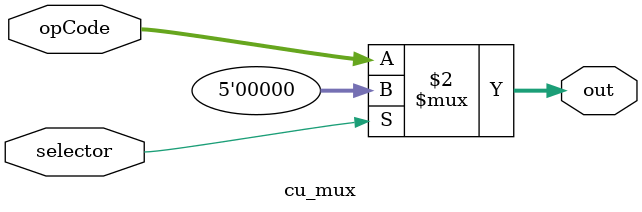
<source format=v>
module cu_mux(
    input [4:0]opCode,
    input selector,
    output [4:0]out
);
assign out = selector == 0? opCode:5'b0;
endmodule
</source>
